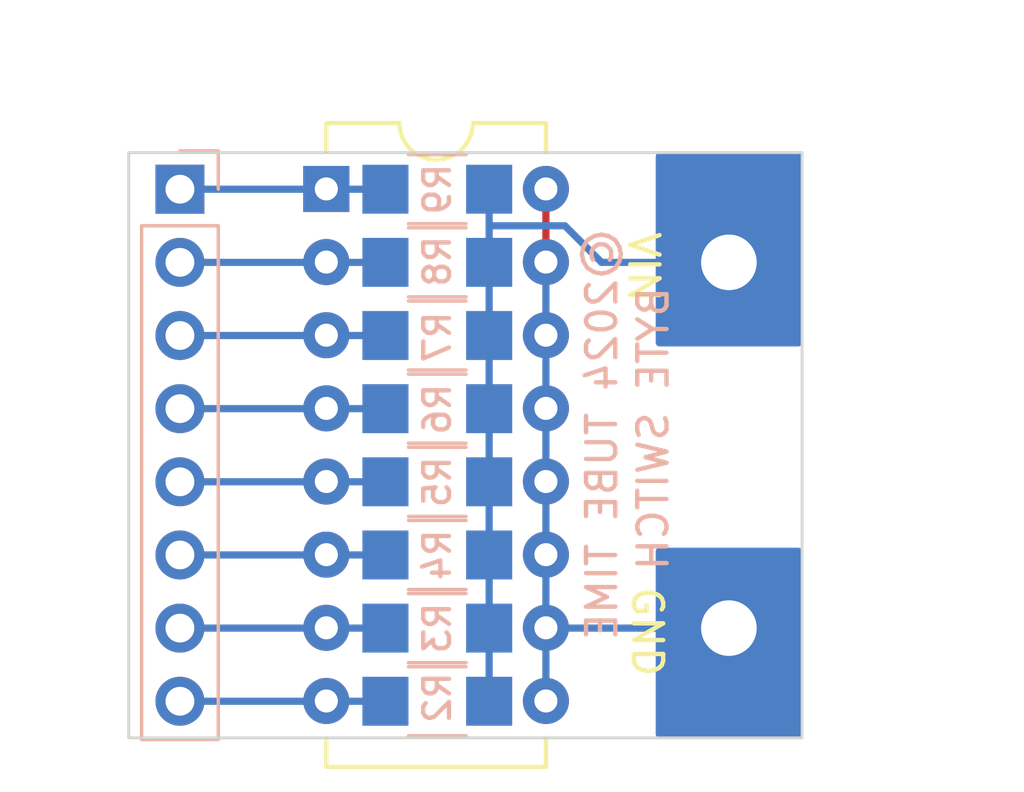
<source format=kicad_pcb>
(kicad_pcb (version 20221018) (generator pcbnew)
  (layers (0 "F.Cu" signal) (31 "B.Cu" signal) (34 "B.Paste" user) (35 "F.Paste" user) (36 "B.SilkS" user "B.Silkscreen") (37 "F.SilkS" user "F.Silkscreen") (38 "B.Mask" user) (39 "F.Mask" user) (44 "Edge.Cuts" user))
  (net 0 "")
  (net 1 "Net-(J2-Pin_1)")
  (net 2 "Net-(J3-Pin_1)")
  (net 3 "Net-(J1-Pin_1)")
  (net 4 "Net-(J1-Pin_2)")
  (net 5 "Net-(J1-Pin_3)")
  (net 6 "Net-(J1-Pin_4)")
  (net 7 "Net-(J1-Pin_5)")
  (net 8 "Net-(J1-Pin_6)")
  (net 9 "Net-(J1-Pin_7)")
  (net 10 "Net-(J1-Pin_8)")
  (footprint "Active:DIP254P762X635-16" (layer "F.Cu") (at 132.08 101.59)
    (fp_text reference "SW1" hide)
    (fp_text value "SW_DIP_x08")
    (fp_line (start 0 -2.286) (end 0 -1.27) (stroke (width 0.15)) (layer "F.SilkS"))
    (fp_line (start 0 20.066) (end 0 19.05) (stroke (width 0.15)) (layer "F.SilkS"))
    (fp_line (start 2.54 -2.286) (end 0 -2.286) (stroke (width 0.15)) (layer "F.SilkS"))
    (fp_line (start 5.08 -2.286) (end 7.62 -2.286) (stroke (width 0.15)) (layer "F.SilkS"))
    (fp_line (start 7.62 -2.286) (end 7.62 -1.27) (stroke (width 0.15)) (layer "F.SilkS"))
    (fp_line (start 7.62 19.05) (end 7.62 20.066) (stroke (width 0.15)) (layer "F.SilkS"))
    (fp_line (start 7.62 20.066) (end 0 20.066) (stroke (width 0.15)) (layer "F.SilkS"))
    (fp_arc (start 5.08 -2.286) (mid 3.81 -1.016) (end 2.54 -2.286) (stroke (width 0.15)) (layer "F.SilkS"))
    (pad "1" thru_hole rect (at 0 0) (size 1.6 1.6) (drill 0.8) (layers "*.Cu" "*.Mask") (net 3 "Net-(J1-Pin_1)"))
    (pad "2" thru_hole oval (at 0 2.54) (size 1.6 1.6) (drill 0.8) (layers "*.Cu" "*.Mask") (net 4 "Net-(J1-Pin_2)"))
    (pad "3" thru_hole oval (at 0 5.08) (size 1.6 1.6) (drill 0.8) (layers "*.Cu" "*.Mask") (net 5 "Net-(J1-Pin_3)"))
    (pad "4" thru_hole oval (at 0 7.62) (size 1.6 1.6) (drill 0.8) (layers "*.Cu" "*.Mask") (net 6 "Net-(J1-Pin_4)"))
    (pad "5" thru_hole oval (at 0 10.16) (size 1.6 1.6) (drill 0.8) (layers "*.Cu" "*.Mask") (net 7 "Net-(J1-Pin_5)"))
    (pad "6" thru_hole oval (at 0 12.7) (size 1.6 1.6) (drill 0.8) (layers "*.Cu" "*.Mask") (net 8 "Net-(J1-Pin_6)"))
    (pad "7" thru_hole oval (at 0 15.24) (size 1.6 1.6) (drill 0.8) (layers "*.Cu" "*.Mask") (net 9 "Net-(J1-Pin_7)"))
    (pad "8" thru_hole oval (at 0 17.78) (size 1.6 1.6) (drill 0.8) (layers "*.Cu" "*.Mask") (net 10 "Net-(J1-Pin_8)"))
    (pad "9" thru_hole oval (at 7.62 17.78) (size 1.6 1.6) (drill 0.8) (layers "*.Cu" "*.Mask") (net 1 "Net-(J2-Pin_1)"))
    (pad "10" thru_hole oval (at 7.62 15.24) (size 1.6 1.6) (drill 0.8) (layers "*.Cu" "*.Mask") (net 1 "Net-(J2-Pin_1)"))
    (pad "11" thru_hole oval (at 7.62 12.7) (size 1.6 1.6) (drill 0.8) (layers "*.Cu" "*.Mask") (net 1 "Net-(J2-Pin_1)"))
    (pad "12" thru_hole oval (at 7.62 10.16) (size 1.6 1.6) (drill 0.8) (layers "*.Cu" "*.Mask") (net 1 "Net-(J2-Pin_1)"))
    (pad "13" thru_hole oval (at 7.62 7.62) (size 1.6 1.6) (drill 0.8) (layers "*.Cu" "*.Mask") (net 1 "Net-(J2-Pin_1)"))
    (pad "14" thru_hole oval (at 7.62 5.08) (size 1.6 1.6) (drill 0.8) (layers "*.Cu" "*.Mask") (net 1 "Net-(J2-Pin_1)"))
    (pad "15" thru_hole oval (at 7.62 2.54) (size 1.6 1.6) (drill 0.8) (layers "*.Cu" "*.Mask") (net 1 "Net-(J2-Pin_1)"))
    (pad "16" thru_hole oval (at 7.62 0) (size 1.6 1.6) (drill 0.8) (layers "*.Cu" "*.Mask") (net 1 "Net-(J2-Pin_1)"))
  )
  (footprint "Conn:MILL-MAX_0294-0-15-01-06-27-10-0" (layer "F.Cu") (at 146.05 116.84)
    (fp_text reference "J2" hide)
    (fp_text value "Conn_01x01_Socket")
    (pad "1" thru_hole circle (at 0 0) (size 3.048 3.048) (drill 1.9304) (layers "*.Cu" "*.Mask") (net 1 "Net-(J2-Pin_1)"))
  )
  (footprint "Conn:MILL-MAX_0294-0-15-01-06-27-10-0" (layer "F.Cu") (at 146.05 104.14)
    (fp_text reference "J3" hide)
    (fp_text value "Conn_01x01_Socket")
    (pad "1" thru_hole circle (at 0 0) (size 3.048 3.048) (drill 1.9304) (layers "*.Cu" "*.Mask") (net 2 "Net-(J3-Pin_1)"))
  )
  (footprint "Passive:RESC3216X70" (layer "B.Cu") (at 135.9308 114.3 180)
    (fp_text reference "R4" (at 0 0 90) (layer "B.SilkS") (effects (font (size 0.889 0.889) (thickness 0.1524)) (justify mirror)))
    (fp_text value "1K")
    (fp_line (start -1 1.2) (end 1 1.2) (stroke (width 0.12)) (layer "B.SilkS"))
    (fp_line (start 1 -1.2) (end -1 -1.2) (stroke (width 0.12)) (layer "B.SilkS"))
    (pad "1" smd rect (at -1.8 0 180) (size 1.6 1.7) (layers "B.Cu" "B.Paste" "B.Mask") (net 2 "Net-(J3-Pin_1)"))
    (pad "2" smd rect (at 1.8 0 180) (size 1.6 1.7) (layers "B.Cu" "B.Paste" "B.Mask") (net 8 "Net-(J1-Pin_6)"))
  )
  (footprint "Passive:RESC3216X70" (layer "B.Cu") (at 135.9308 111.76 180)
    (fp_text reference "R5" (at 0 0 90) (layer "B.SilkS") (effects (font (size 0.889 0.889) (thickness 0.1524)) (justify mirror)))
    (fp_text value "1K")
    (fp_line (start -1 1.2) (end 1 1.2) (stroke (width 0.12)) (layer "B.SilkS"))
    (fp_line (start 1 -1.2) (end -1 -1.2) (stroke (width 0.12)) (layer "B.SilkS"))
    (pad "1" smd rect (at -1.8 0 180) (size 1.6 1.7) (layers "B.Cu" "B.Paste" "B.Mask") (net 2 "Net-(J3-Pin_1)"))
    (pad "2" smd rect (at 1.8 0 180) (size 1.6 1.7) (layers "B.Cu" "B.Paste" "B.Mask") (net 7 "Net-(J1-Pin_5)"))
  )
  (footprint "Passive:RESC3216X70" (layer "B.Cu") (at 135.9308 119.38 180)
    (fp_text reference "R2" (at 0 0.125 90) (layer "B.SilkS") (effects (font (size 0.889 0.889) (thickness 0.1524) bold) (justify mirror)))
    (fp_text value "1K")
    (fp_line (start -1 1.2) (end 1 1.2) (stroke (width 0.12)) (layer "B.SilkS"))
    (fp_line (start 1 -1.2) (end -1 -1.2) (stroke (width 0.12)) (layer "B.SilkS"))
    (pad "1" smd rect (at -1.8 0 180) (size 1.6 1.7) (layers "B.Cu" "B.Paste" "B.Mask") (net 2 "Net-(J3-Pin_1)"))
    (pad "2" smd rect (at 1.8 0 180) (size 1.6 1.7) (layers "B.Cu" "B.Paste" "B.Mask") (net 10 "Net-(J1-Pin_8)"))
  )
  (footprint "Passive:RESC3216X70" (layer "B.Cu") (at 135.9308 104.14 180)
    (fp_text reference "R8" (at 0 0.036 90) (layer "B.SilkS") (effects (font (size 0.889 0.889) (thickness 0.1524)) (justify mirror)))
    (fp_text value "1K")
    (fp_line (start -1 1.2) (end 1 1.2) (stroke (width 0.12)) (layer "B.SilkS"))
    (fp_line (start 1 -1.2) (end -1 -1.2) (stroke (width 0.12)) (layer "B.SilkS"))
    (pad "1" smd rect (at -1.8 0 180) (size 1.6 1.7) (layers "B.Cu" "B.Paste" "B.Mask") (net 2 "Net-(J3-Pin_1)"))
    (pad "2" smd rect (at 1.8 0 180) (size 1.6 1.7) (layers "B.Cu" "B.Paste" "B.Mask") (net 4 "Net-(J1-Pin_2)"))
  )
  (footprint "Passive:RESC3216X70" (layer "B.Cu") (at 135.9308 106.68 180)
    (fp_text reference "R7" (at 0 -0.055 90) (layer "B.SilkS") (effects (font (size 0.889 0.889) (thickness 0.1524)) (justify mirror)))
    (fp_text value "1K")
    (fp_line (start -1 1.2) (end 1 1.2) (stroke (width 0.12)) (layer "B.SilkS"))
    (fp_line (start 1 -1.2) (end -1 -1.2) (stroke (width 0.12)) (layer "B.SilkS"))
    (pad "1" smd rect (at -1.8 0 180) (size 1.6 1.7) (layers "B.Cu" "B.Paste" "B.Mask") (net 2 "Net-(J3-Pin_1)"))
    (pad "2" smd rect (at 1.8 0 180) (size 1.6 1.7) (layers "B.Cu" "B.Paste" "B.Mask") (net 5 "Net-(J1-Pin_3)"))
  )
  (footprint "Passive:RESC3216X70" (layer "B.Cu") (at 135.9308 101.6 180)
    (fp_text reference "R9" (at 0 0 90) (layer "B.SilkS") (effects (font (size 0.889 0.889) (thickness 0.1524)) (justify mirror)))
    (fp_text value "1K")
    (fp_line (start -1 1.2) (end 1 1.2) (stroke (width 0.12)) (layer "B.SilkS"))
    (fp_line (start 1 -1.2) (end -1 -1.2) (stroke (width 0.12)) (layer "B.SilkS"))
    (pad "1" smd rect (at -1.8 0 180) (size 1.6 1.7) (layers "B.Cu" "B.Paste" "B.Mask") (net 2 "Net-(J3-Pin_1)"))
    (pad "2" smd rect (at 1.8 0 180) (size 1.6 1.7) (layers "B.Cu" "B.Paste" "B.Mask") (net 3 "Net-(J1-Pin_1)"))
  )
  (footprint "Passive:RESC3216X70" (layer "B.Cu") (at 135.9308 109.22 180)
    (fp_text reference "R6" (at 0 -0.019 90) (layer "B.SilkS") (effects (font (size 0.889 0.889) (thickness 0.1524)) (justify mirror)))
    (fp_text value "1K")
    (fp_line (start -1 1.2) (end 1 1.2) (stroke (width 0.12)) (layer "B.SilkS"))
    (fp_line (start 1 -1.2) (end -1 -1.2) (stroke (width 0.12)) (layer "B.SilkS"))
    (pad "1" smd rect (at -1.8 0 180) (size 1.6 1.7) (layers "B.Cu" "B.Paste" "B.Mask") (net 2 "Net-(J3-Pin_1)"))
    (pad "2" smd rect (at 1.8 0 180) (size 1.6 1.7) (layers "B.Cu" "B.Paste" "B.Mask") (net 6 "Net-(J1-Pin_4)"))
  )
  (footprint "Connector_PinHeader_2.54mm:PinHeader_1x08_P2.54mm_Vertical" (layer "B.Cu") (at 127 101.6 180)
    (fp_text reference "J1" hide)
    (fp_text value "Conn_01x08_Pin")
    (fp_line (start -1.33 -19.11) (end 1.33 -19.11) (stroke (width 0.12)) (layer "B.SilkS"))
    (fp_line (start -1.33 -1.27) (end -1.33 -19.11) (stroke (width 0.12)) (layer "B.SilkS"))
    (fp_line (start -1.33 -1.27) (end 1.33 -1.27) (stroke (width 0.12)) (layer "B.SilkS"))
    (fp_line (start -1.33 0) (end -1.33 1.33) (stroke (width 0.12)) (layer "B.SilkS"))
    (fp_line (start -1.33 1.33) (end 0 1.33) (stroke (width 0.12)) (layer "B.SilkS"))
    (fp_line (start 1.33 -1.27) (end 1.33 -19.11) (stroke (width 0.12)) (layer "B.SilkS"))
    (pad "1" thru_hole rect (at 0 0 180) (size 1.7 1.7) (drill 1) (layers "*.Cu" "*.Mask") (net 3 "Net-(J1-Pin_1)"))
    (pad "2" thru_hole oval (at 0 -2.54 180) (size 1.7 1.7) (drill 1) (layers "*.Cu" "*.Mask") (net 4 "Net-(J1-Pin_2)"))
    (pad "3" thru_hole oval (at 0 -5.08 180) (size 1.7 1.7) (drill 1) (layers "*.Cu" "*.Mask") (net 5 "Net-(J1-Pin_3)"))
    (pad "4" thru_hole oval (at 0 -7.62 180) (size 1.7 1.7) (drill 1) (layers "*.Cu" "*.Mask") (net 6 "Net-(J1-Pin_4)"))
    (pad "5" thru_hole oval (at 0 -10.16 180) (size 1.7 1.7) (drill 1) (layers "*.Cu" "*.Mask") (net 7 "Net-(J1-Pin_5)"))
    (pad "6" thru_hole oval (at 0 -12.7 180) (size 1.7 1.7) (drill 1) (layers "*.Cu" "*.Mask") (net 8 "Net-(J1-Pin_6)"))
    (pad "7" thru_hole oval (at 0 -15.24 180) (size 1.7 1.7) (drill 1) (layers "*.Cu" "*.Mask") (net 9 "Net-(J1-Pin_7)"))
    (pad "8" thru_hole oval (at 0 -17.78 180) (size 1.7 1.7) (drill 1) (layers "*.Cu" "*.Mask") (net 10 "Net-(J1-Pin_8)"))
  )
  (footprint "Passive:RESC3216X70" (layer "B.Cu") (at 135.9308 116.84 180)
    (fp_text reference "R3" (at 0 0 90) (layer "B.SilkS") (effects (font (size 0.889 0.889) (thickness 0.1524)) (justify mirror)))
    (fp_text value "1K")
    (fp_line (start -1 1.2) (end 1 1.2) (stroke (width 0.12)) (layer "B.SilkS"))
    (fp_line (start 1 -1.2) (end -1 -1.2) (stroke (width 0.12)) (layer "B.SilkS"))
    (pad "1" smd rect (at -1.8 0 180) (size 1.6 1.7) (layers "B.Cu" "B.Paste" "B.Mask") (net 2 "Net-(J3-Pin_1)"))
    (pad "2" smd rect (at 1.8 0 180) (size 1.6 1.7) (layers "B.Cu" "B.Paste" "B.Mask") (net 9 "Net-(J1-Pin_7)"))
  )
  (gr_line (start 148.59 120.65) (end 148.59 100.33) (stroke (width 0.1)) (layer "Edge.Cuts"))
  (gr_line (start 148.59 100.33) (end 125.222 100.33) (stroke (width 0.1)) (layer "Edge.Cuts"))
  (gr_line (start 125.222 120.65) (end 148.59 120.65) (stroke (width 0.1)) (layer "Edge.Cuts"))
  (gr_line (start 125.222 100.33) (end 125.222 120.65) (stroke (width 0.1)) (layer "Edge.Cuts"))
  (gr_text "BYTE SWITCH" (at 144.018 104.902 90) (layer "B.SilkS") (effects (font (size 1.016 1.016) (thickness 0.1524)) (justify left bottom mirror)))
  (gr_text " ©2024 TUBE TIME" (at 142.24 102.108 90) (layer "B.SilkS") (effects (font (size 1.016 1.016) (thickness 0.1524)) (justify left bottom mirror)))
  (gr_text "VIN" (at 142.494 102.997 270) (layer "F.SilkS") (effects (font (size 1.016 1.016) (thickness 0.1524)) (justify left bottom)))
  (gr_text "GND" (at 142.621 115.316 -90) (layer "F.SilkS") (effects (font (size 1.016 1.016) (thickness 0.1524)) (justify left bottom)))
  (segment (start 139.7 101.59) (end 139.7 104.13) (width 0.25) (layer "F.Cu") (net 1))
  (segment (start 146.04 116.83) (end 146.05 116.84) (width 0.25) (layer "B.Cu") (net 1))
  (segment (start 146.05 116.84) (end 139.71 116.84) (width 0.25) (layer "B.Cu") (net 1))
  (segment (start 139.7 119.37) (end 139.7 104.13) (width 0.25) (layer "B.Cu") (net 1))
  (segment (start 139.71 116.84) (end 139.7 116.83) (width 0.25) (layer "B.Cu") (net 1))
  (segment (start 140.3604 102.87) (end 141.6304 104.14) (width 0.25) (layer "B.Cu") (net 2))
  (segment (start 137.7308 119.38) (end 137.7308 102.87) (width 0.25) (layer "B.Cu") (net 2))
  (segment (start 140.3604 102.87) (end 137.7308 102.87) (width 0.25) (layer "B.Cu") (net 2))
  (segment (start 137.7308 102.87) (end 137.7308 101.6) (width 0.25) (layer "B.Cu") (net 2))
  (segment (start 141.6304 104.14) (end 146.05 104.14) (width 0.25) (layer "B.Cu") (net 2))
  (segment (start 134.1308 101.6) (end 132.09 101.6) (width 0.25) (layer "B.Cu") (net 3))
  (segment (start 132.07 101.6) (end 132.08 101.59) (width 0.25) (layer "B.Cu") (net 3))
  (segment (start 132.09 101.6) (end 132.08 101.59) (width 0.25) (layer "B.Cu") (net 3))
  (segment (start 127 101.6) (end 132.07 101.6) (width 0.25) (layer "B.Cu") (net 3))
  (segment (start 134.1308 104.14) (end 127 104.14) (width 0.25) (layer "B.Cu") (net 4))
  (segment (start 134.1308 106.68) (end 127 106.68) (width 0.25) (layer "B.Cu") (net 5))
  (segment (start 134.1308 109.22) (end 127 109.22) (width 0.25) (layer "B.Cu") (net 6))
  (segment (start 134.1308 111.76) (end 127 111.76) (width 0.25) (layer "B.Cu") (net 7))
  (segment (start 134.1308 114.3) (end 127 114.3) (width 0.25) (layer "B.Cu") (net 8))
  (segment (start 134.1308 116.84) (end 127 116.84) (width 0.25) (layer "B.Cu") (net 9))
  (segment (start 134.1308 119.38) (end 127 119.38) (width 0.25) (layer "B.Cu") (net 10))
  (zone (net 2) (net_name "Net-(J3-Pin_1)") (layer "B.Cu") (connect_pads yes (clearance 0.5)) (min_thickness 0.25) (fill yes (thermal_gap 0.5) (thermal_bridge_width 0.5))
    (polygon (pts (xy 148.59 100.33) (xy 143.51 100.33) (xy 143.51 107.061) (xy 148.59 107.061)))
  )
  (zone (net 1) (net_name "Net-(J2-Pin_1)") (layer "B.Cu") (connect_pads yes (clearance 0.5)) (min_thickness 0.25) (fill yes (thermal_gap 0.5) (thermal_bridge_width 0.5))
    (polygon (pts (xy 148.59 114.046) (xy 143.51 114.046) (xy 143.51 120.65) (xy 148.59 120.65)))
  )
)
</source>
